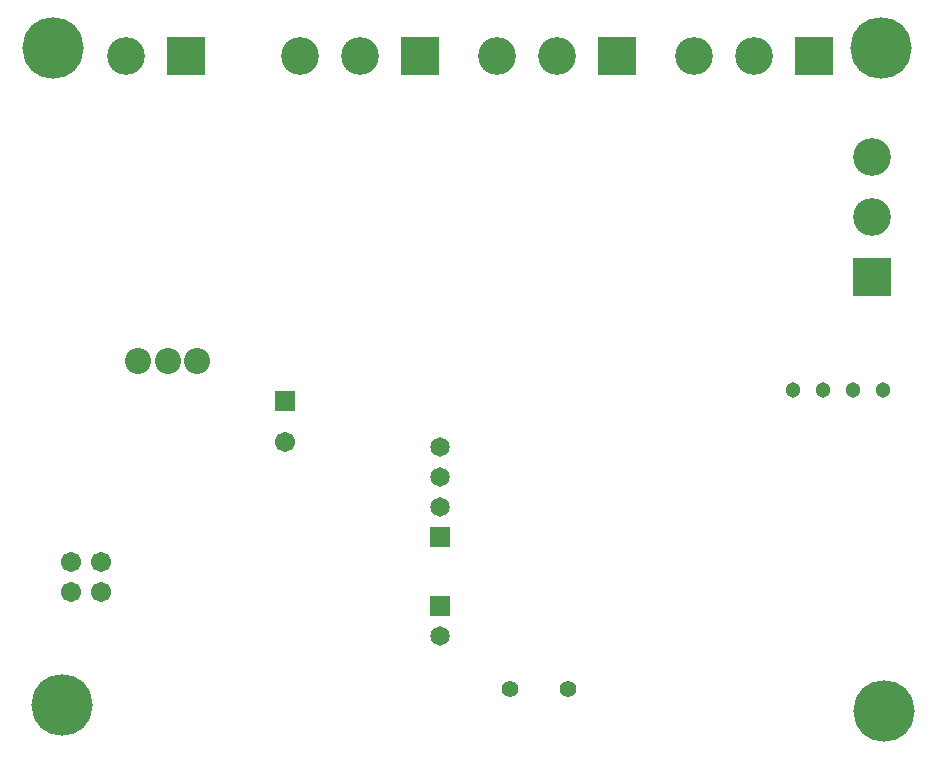
<source format=gbs>
G04 Layer_Color=16711935*
%FSLAX25Y25*%
%MOIN*%
G70*
G01*
G75*
%ADD91R,0.12611X0.12611*%
%ADD92C,0.12611*%
%ADD93C,0.06512*%
%ADD94R,0.06512X0.06512*%
%ADD95C,0.06706*%
%ADD96R,0.06706X0.06706*%
%ADD97C,0.08677*%
%ADD98C,0.05524*%
%ADD99R,0.12611X0.12611*%
%ADD100C,0.05134*%
%ADD101C,0.20485*%
D91*
X-166800Y233400D02*
D03*
X-101000D02*
D03*
X-35200D02*
D03*
X-244843D02*
D03*
D92*
X-206800D02*
D03*
X-186800D02*
D03*
X-141000D02*
D03*
X-121000D02*
D03*
X-75200D02*
D03*
X-55200D02*
D03*
X-264843D02*
D03*
X-16000Y179700D02*
D03*
Y199700D02*
D03*
D93*
X-160000Y103000D02*
D03*
Y93000D02*
D03*
Y83000D02*
D03*
Y40000D02*
D03*
D94*
Y73000D02*
D03*
Y50000D02*
D03*
D95*
X-211700Y104610D02*
D03*
X-272940Y64862D02*
D03*
Y54862D02*
D03*
X-282940Y64862D02*
D03*
Y54862D02*
D03*
D96*
X-211700Y118390D02*
D03*
D97*
X-250700Y131850D02*
D03*
X-260542D02*
D03*
X-240858D02*
D03*
D98*
X-117362Y22343D02*
D03*
X-136575D02*
D03*
D99*
X-16000Y159700D02*
D03*
D100*
X-12500Y121900D02*
D03*
X-22500D02*
D03*
X-32500D02*
D03*
X-42500D02*
D03*
D101*
X-289000Y236000D02*
D03*
X-12000Y15000D02*
D03*
X-13000Y236000D02*
D03*
X-286000Y17000D02*
D03*
M02*

</source>
